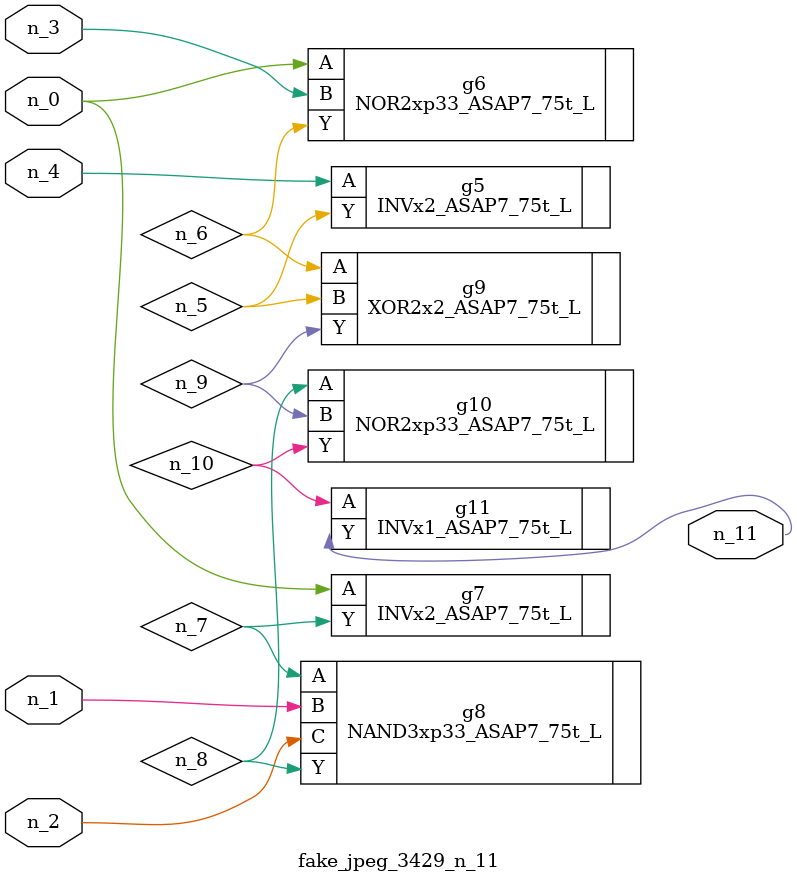
<source format=v>
module fake_jpeg_3429_n_11 (n_3, n_2, n_1, n_0, n_4, n_11);

input n_3;
input n_2;
input n_1;
input n_0;
input n_4;

output n_11;

wire n_10;
wire n_8;
wire n_9;
wire n_6;
wire n_5;
wire n_7;

INVx2_ASAP7_75t_L g5 ( 
.A(n_4),
.Y(n_5)
);

NOR2xp33_ASAP7_75t_L g6 ( 
.A(n_0),
.B(n_3),
.Y(n_6)
);

INVx2_ASAP7_75t_L g7 ( 
.A(n_0),
.Y(n_7)
);

NAND3xp33_ASAP7_75t_L g8 ( 
.A(n_7),
.B(n_1),
.C(n_2),
.Y(n_8)
);

NOR2xp33_ASAP7_75t_L g10 ( 
.A(n_8),
.B(n_9),
.Y(n_10)
);

XOR2x2_ASAP7_75t_L g9 ( 
.A(n_6),
.B(n_5),
.Y(n_9)
);

INVx1_ASAP7_75t_L g11 ( 
.A(n_10),
.Y(n_11)
);


endmodule
</source>
